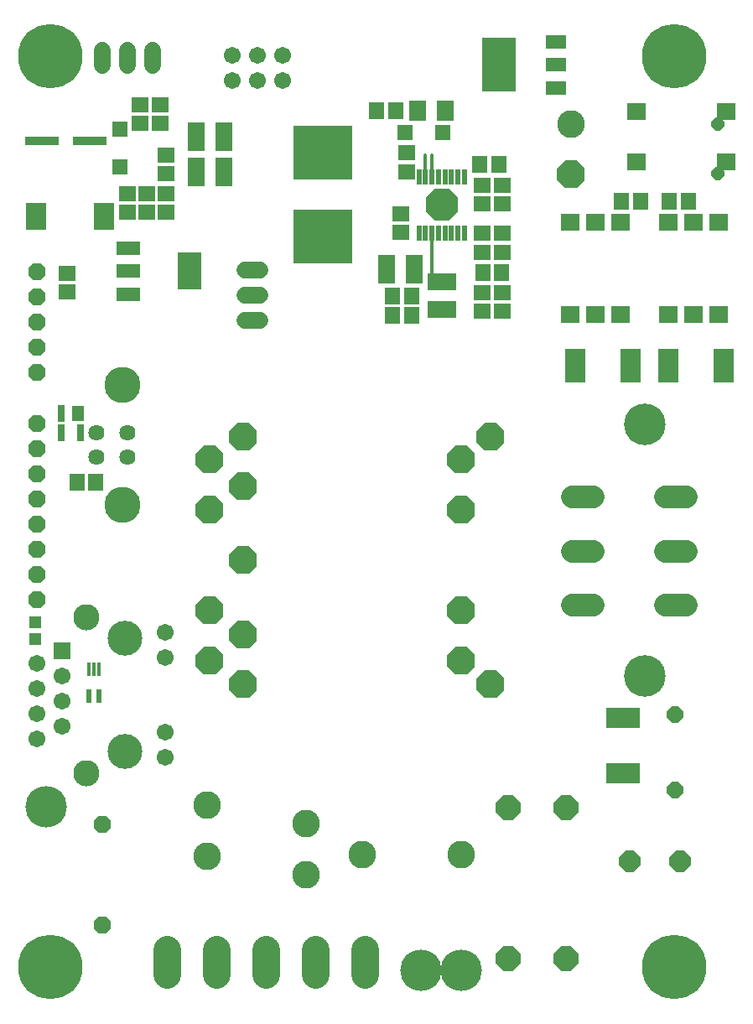
<source format=gts>
G75*
G70*
%OFA0B0*%
%FSLAX24Y24*%
%IPPOS*%
%LPD*%
%AMOC8*
5,1,8,0,0,1.08239X$1,22.5*
%
%ADD10C,0.0120*%
%ADD11C,0.0140*%
%ADD12C,0.1100*%
%ADD13OC8,0.1100*%
%ADD14R,0.0749X0.0671*%
%ADD15R,0.0671X0.0592*%
%ADD16R,0.0592X0.0671*%
%ADD17R,0.0631X0.0631*%
%ADD18R,0.0220X0.0640*%
%ADD19R,0.0880X0.0880*%
%ADD20OC8,0.1299*%
%ADD21R,0.0710X0.1143*%
%ADD22R,0.2362X0.2165*%
%ADD23C,0.0674*%
%ADD24C,0.1100*%
%ADD25OC8,0.0973*%
%ADD26R,0.0710X0.0790*%
%ADD27R,0.1143X0.0710*%
%ADD28C,0.0907*%
%ADD29R,0.0789X0.1340*%
%ADD30R,0.1340X0.0789*%
%ADD31OC8,0.0640*%
%ADD32OC8,0.0840*%
%ADD33C,0.1653*%
%ADD34R,0.0781X0.0678*%
%ADD35R,0.0789X0.1064*%
%ADD36C,0.0674*%
%ADD37R,0.0960X0.0560*%
%ADD38R,0.0953X0.1504*%
%ADD39C,0.0640*%
%ADD40C,0.1436*%
%ADD41OC8,0.0674*%
%ADD42R,0.0674X0.0674*%
%ADD43C,0.1039*%
%ADD44C,0.1386*%
%ADD45R,0.0513X0.0474*%
%ADD46R,0.1360X0.0380*%
%ADD47R,0.0830X0.0530*%
%ADD48R,0.1375X0.2125*%
%ADD49R,0.0180X0.0520*%
%ADD50R,0.0200X0.0520*%
%ADD51R,0.0450X0.0600*%
%ADD52R,0.0300X0.0700*%
%ADD53OC8,0.0680*%
%ADD54C,0.2562*%
%ADD55C,0.1650*%
%ADD56OC8,0.0516*%
D10*
X022562Y034577D02*
X022562Y035952D01*
D11*
X022537Y038327D02*
X022537Y039277D01*
X022287Y039277D02*
X022287Y038352D01*
D12*
X028072Y040528D03*
X013619Y013451D03*
X013619Y011426D03*
X017556Y010678D03*
X017556Y012703D03*
X019787Y011487D03*
X023724Y011487D03*
D13*
X024883Y018256D03*
X023712Y019177D03*
X023712Y021177D03*
X023712Y025177D03*
X023712Y027177D03*
X024883Y028098D03*
X028072Y038528D03*
X015041Y028098D03*
X013712Y027177D03*
X015041Y026130D03*
X013712Y025177D03*
X015041Y023177D03*
X013712Y021177D03*
X015041Y020224D03*
X013712Y019177D03*
X015041Y018256D03*
D14*
X030690Y039023D03*
X030690Y041031D03*
X034234Y041031D03*
X034234Y039023D03*
D15*
X025337Y038101D03*
X025337Y037353D03*
X024562Y037353D03*
X024562Y038101D03*
X024562Y036176D03*
X024562Y035428D03*
X025337Y035428D03*
X025337Y036176D03*
X025337Y033826D03*
X025337Y033078D03*
X024562Y033078D03*
X024562Y033826D03*
X021312Y036203D03*
X021312Y036951D03*
X021537Y038628D03*
X021537Y039376D03*
X011987Y039301D03*
X011987Y038553D03*
X011987Y037751D03*
X011987Y037003D03*
X011212Y037003D03*
X011212Y037751D03*
X010437Y037751D03*
X010437Y037003D03*
X008062Y034601D03*
X008062Y033853D03*
X010962Y040553D03*
X010962Y041301D03*
X011737Y041301D03*
X011737Y040553D03*
D16*
X020363Y041052D03*
X021111Y041052D03*
X024463Y038902D03*
X025211Y038902D03*
X025326Y034627D03*
X024578Y034627D03*
X021736Y033677D03*
X020988Y033677D03*
X020988Y032902D03*
X021736Y032902D03*
X030088Y037452D03*
X030836Y037452D03*
X031988Y037452D03*
X032736Y037452D03*
X009186Y026277D03*
X008438Y026277D03*
D17*
X010137Y038829D03*
X010137Y040325D03*
X021489Y040177D03*
X022985Y040177D03*
D18*
X023067Y038422D03*
X023317Y038422D03*
X023577Y038422D03*
X023837Y038422D03*
X022807Y038422D03*
X022557Y038422D03*
X022297Y038422D03*
X022037Y038422D03*
X022037Y036182D03*
X022297Y036182D03*
X022557Y036182D03*
X022807Y036182D03*
X023067Y036182D03*
X023317Y036182D03*
X023577Y036182D03*
X023837Y036182D03*
D19*
X022937Y037302D03*
D20*
X022937Y037302D03*
D21*
X021838Y034752D03*
X020736Y034752D03*
X014288Y038627D03*
X013186Y038627D03*
X013186Y040002D03*
X014288Y040002D03*
D22*
X018212Y039400D03*
X018212Y036054D03*
D23*
X015709Y034702D02*
X015115Y034702D01*
X015115Y033702D02*
X015709Y033702D01*
X015709Y032702D02*
X015115Y032702D01*
X011437Y042855D02*
X011437Y043449D01*
X010437Y043449D02*
X010437Y042855D01*
X009437Y042855D02*
X009437Y043449D01*
D24*
X012016Y007734D02*
X012016Y006734D01*
X013985Y006734D02*
X013985Y007734D01*
X015953Y007734D02*
X015953Y006734D01*
X017922Y006734D02*
X017922Y007734D01*
X019890Y007734D02*
X019890Y006734D01*
D25*
X025567Y007362D03*
X027873Y007362D03*
X027873Y013362D03*
X025567Y013362D03*
D26*
X023097Y041052D03*
X021977Y041052D03*
D27*
X022962Y034253D03*
X022962Y033151D03*
D28*
X028125Y025702D02*
X028950Y025702D01*
X028950Y023552D02*
X028125Y023552D01*
X028125Y021402D02*
X028950Y021402D01*
X031825Y021402D02*
X032650Y021402D01*
X032650Y023552D02*
X031825Y023552D01*
X031825Y025702D02*
X032650Y025702D01*
D29*
X031935Y030927D03*
X030464Y030927D03*
X028260Y030927D03*
X034139Y030927D03*
D30*
X030137Y016930D03*
X030137Y014725D03*
D31*
X032212Y014052D03*
X032212Y017052D03*
D32*
X032412Y011202D03*
X030412Y011202D03*
D33*
X031012Y018577D03*
X031012Y028577D03*
D34*
X031937Y032948D03*
X032937Y032948D03*
X033937Y032948D03*
X033937Y036606D03*
X032937Y036606D03*
X031937Y036606D03*
X030037Y036606D03*
X029037Y036606D03*
X028037Y036606D03*
X028037Y032948D03*
X029037Y032948D03*
X030037Y032948D03*
D35*
X009520Y036852D03*
X006804Y036852D03*
D36*
X014599Y042246D03*
X014599Y043246D03*
X015599Y043246D03*
X015599Y042246D03*
X016599Y042246D03*
X016599Y043246D03*
X011956Y020322D03*
X011956Y019322D03*
X011956Y016342D03*
X011956Y015342D03*
X007838Y016582D03*
X007838Y017582D03*
X007838Y018582D03*
X006838Y019082D03*
X006838Y018082D03*
X006838Y017082D03*
X006838Y016082D03*
D37*
X010467Y033767D03*
X010467Y034677D03*
X010467Y035587D03*
D38*
X012907Y034677D03*
D39*
X010461Y028260D03*
X010461Y027276D03*
X009201Y027276D03*
X009201Y028260D03*
D40*
X010264Y030138D03*
X010264Y025398D03*
D41*
X006837Y025627D03*
X006837Y024627D03*
X006837Y023627D03*
X006837Y022627D03*
X006837Y021627D03*
X006837Y026627D03*
X006837Y027627D03*
X006837Y028627D03*
X006837Y030652D03*
X006837Y031652D03*
X006837Y032652D03*
X006837Y033652D03*
X006837Y034652D03*
D42*
X007838Y019582D03*
D43*
X008807Y020932D03*
X008807Y014731D03*
D44*
X010338Y015582D03*
X010338Y020082D03*
D45*
X006787Y020043D03*
X006787Y020712D03*
D46*
X007037Y039852D03*
X008937Y039852D03*
D47*
X027472Y041967D03*
X027472Y042877D03*
X027472Y043787D03*
D48*
X025202Y042877D03*
D49*
X009312Y018867D03*
X009112Y018867D03*
X008912Y018867D03*
D50*
X008912Y017787D03*
X009312Y017787D03*
D51*
X008487Y029002D03*
D52*
X007807Y029002D03*
X007807Y028252D03*
X008567Y028252D03*
D53*
X009437Y012677D03*
X009437Y008677D03*
D54*
X007375Y007002D03*
X032178Y007002D03*
X032178Y043222D03*
X007375Y043222D03*
D55*
X007212Y013377D03*
X022112Y006877D03*
X023712Y006877D03*
D56*
X033912Y038552D03*
X033912Y040527D03*
M02*

</source>
